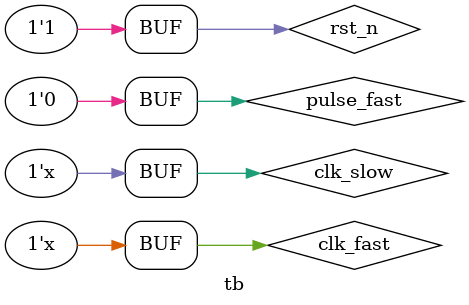
<source format=v>
`timescale 1ns/1ps
module tb;

  localparam PERIOD_FAST = 1;
  localparam PERIOD_SLOW = 5;

  reg clk_fast, clk_slow, rst_n;
  reg pulse_fast;
  wire pulse_slow;

  pulse_sync u0(.clk_fast(clk_fast), .clk_slow(clk_slow), .rst_n(rst_n), .pulse_fast(pulse_fast), .pulse_slow(pulse_slow));

  initial begin
    clk_fast = 1'b1;
    clk_slow = 1'b1;
    rst_n = 1'b0;
    #(PERIOD_SLOW);
    rst_n = 1'b1;
  end
  always #(0.5*PERIOD_FAST) clk_fast = ~clk_fast;
  always #(0.5*PERIOD_SLOW) clk_slow = ~clk_slow;

  initial begin
    pulse_fast = 1'b0;
    #(5*PERIOD_FAST);
    pulse_fast <= 1'b1;
    #(PERIOD_FAST);
    pulse_fast <= 1'b0;
    #(40*PERIOD_FAST);
    pulse_fast <= 1'b1;
    #(PERIOD_FAST);
    pulse_fast <= 1'b0;
  end

endmodule
</source>
